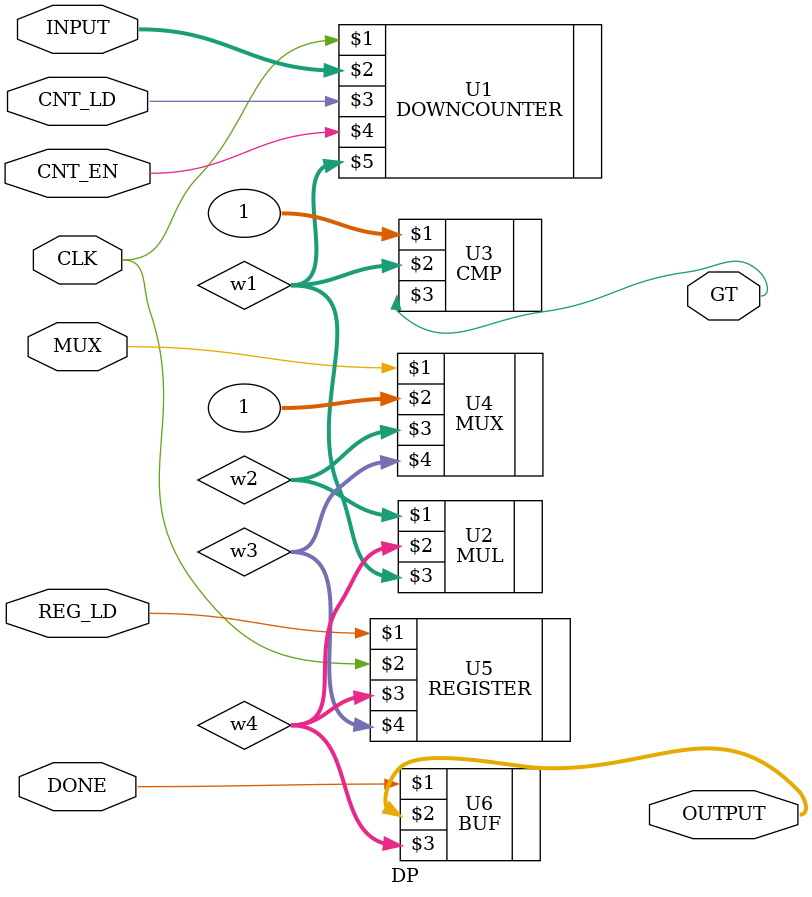
<source format=v>

module DP (DONE, INPUT, MUX, REG_LD, CNT_EN, CNT_LD, GT, OUTPUT, CLK);

input  DONE;
input [31:0] INPUT;
input  MUX;
input  REG_LD;
input  CNT_EN;
input  CNT_LD;
output GT;
output [31:0] OUTPUT;
input CLK;

wire [31:0] w1; //Counter to Multiplier, Comparator
wire [31:0] w2; //Multiplier to Mux
wire [31:0] w3; //Mux to Register
wire [31:0] w4; //Register to Multiplier, Buffer

DOWNCOUNTER #(32)   U1(CLK, INPUT, CNT_LD, CNT_EN, w1);
MUL         #(32)   U2(w2, w4, w1);
CMP         #(32)   U3(1, w1, GT);
MUX         #(32)   U4(MUX, 1, w2, w3);
REGISTER    #(32)   U5(REG_LD, CLK, w4, w3);
BUF         #(32)   U6(DONE, OUTPUT, w4);

endmodule
////////////////////////////////////////////////////////////////////////////////

</source>
